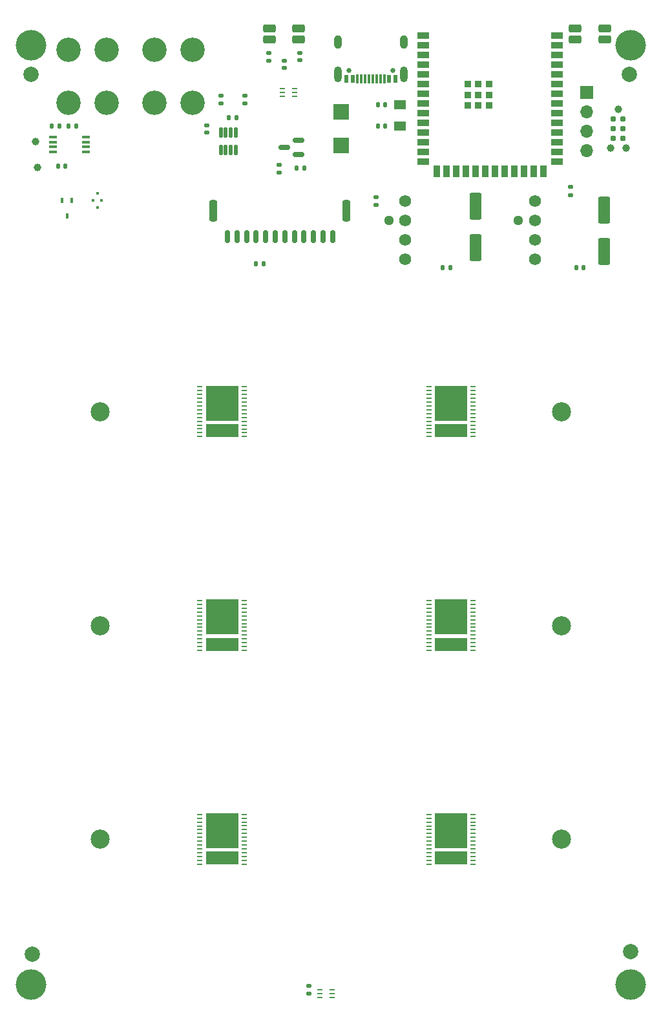
<source format=gbr>
%TF.GenerationSoftware,KiCad,Pcbnew,7.0.6-0*%
%TF.CreationDate,2023-10-22T16:37:53-04:00*%
%TF.ProjectId,bitaxeUltraHex,62697461-7865-4556-9c74-72614865782e,0.9*%
%TF.SameCoordinates,Original*%
%TF.FileFunction,Soldermask,Top*%
%TF.FilePolarity,Negative*%
%FSLAX46Y46*%
G04 Gerber Fmt 4.6, Leading zero omitted, Abs format (unit mm)*
G04 Created by KiCad (PCBNEW 7.0.6-0) date 2023-10-22 16:37:53*
%MOMM*%
%LPD*%
G01*
G04 APERTURE LIST*
G04 Aperture macros list*
%AMRoundRect*
0 Rectangle with rounded corners*
0 $1 Rounding radius*
0 $2 $3 $4 $5 $6 $7 $8 $9 X,Y pos of 4 corners*
0 Add a 4 corners polygon primitive as box body*
4,1,4,$2,$3,$4,$5,$6,$7,$8,$9,$2,$3,0*
0 Add four circle primitives for the rounded corners*
1,1,$1+$1,$2,$3*
1,1,$1+$1,$4,$5*
1,1,$1+$1,$6,$7*
1,1,$1+$1,$8,$9*
0 Add four rect primitives between the rounded corners*
20,1,$1+$1,$2,$3,$4,$5,0*
20,1,$1+$1,$4,$5,$6,$7,0*
20,1,$1+$1,$6,$7,$8,$9,0*
20,1,$1+$1,$8,$9,$2,$3,0*%
G04 Aperture macros list end*
%ADD10C,2.500000*%
%ADD11C,4.000000*%
%ADD12R,0.792000X0.221000*%
%ADD13R,4.277000X1.810000*%
%ADD14R,4.277000X4.530000*%
%ADD15RoundRect,0.120000X-0.120000X0.542500X-0.120000X-0.542500X0.120000X-0.542500X0.120000X0.542500X0*%
%ADD16C,0.990600*%
%ADD17C,0.787400*%
%ADD18RoundRect,0.140000X0.140000X0.170000X-0.140000X0.170000X-0.140000X-0.170000X0.140000X-0.170000X0*%
%ADD19RoundRect,0.135000X0.185000X-0.135000X0.185000X0.135000X-0.185000X0.135000X-0.185000X-0.135000X0*%
%ADD20RoundRect,0.140000X0.170000X-0.140000X0.170000X0.140000X-0.170000X0.140000X-0.170000X-0.140000X0*%
%ADD21C,3.200000*%
%ADD22R,1.600200X1.168400*%
%ADD23R,1.100000X0.400000*%
%ADD24RoundRect,0.140000X-0.140000X-0.170000X0.140000X-0.170000X0.140000X0.170000X-0.140000X0.170000X0*%
%ADD25C,1.295400*%
%ADD26C,1.574800*%
%ADD27C,2.000000*%
%ADD28RoundRect,0.150000X0.587500X0.150000X-0.587500X0.150000X-0.587500X-0.150000X0.587500X-0.150000X0*%
%ADD29C,0.800000*%
%ADD30RoundRect,0.262500X-0.562500X-0.262500X0.562500X-0.262500X0.562500X0.262500X-0.562500X0.262500X0*%
%ADD31RoundRect,0.135000X0.135000X0.185000X-0.135000X0.185000X-0.135000X-0.185000X0.135000X-0.185000X0*%
%ADD32RoundRect,0.250000X0.550000X-1.500000X0.550000X1.500000X-0.550000X1.500000X-0.550000X-1.500000X0*%
%ADD33RoundRect,0.135000X-0.185000X0.135000X-0.185000X-0.135000X0.185000X-0.135000X0.185000X0.135000X0*%
%ADD34R,0.450000X0.700000*%
%ADD35C,1.000000*%
%ADD36R,0.711200X0.228600*%
%ADD37R,1.700000X1.700000*%
%ADD38O,1.700000X1.700000*%
%ADD39R,1.500000X0.900000*%
%ADD40R,0.900000X1.500000*%
%ADD41R,0.900000X0.900000*%
%ADD42RoundRect,0.150000X-0.150000X-0.700000X0.150000X-0.700000X0.150000X0.700000X-0.150000X0.700000X0*%
%ADD43RoundRect,0.250000X-0.250000X-1.150000X0.250000X-1.150000X0.250000X1.150000X-0.250000X1.150000X0*%
%ADD44RoundRect,0.140000X-0.170000X0.140000X-0.170000X-0.140000X0.170000X-0.140000X0.170000X0.140000X0*%
%ADD45C,0.650000*%
%ADD46R,0.600000X1.060000*%
%ADD47R,0.300000X1.150000*%
%ADD48O,1.000000X2.100000*%
%ADD49O,1.000000X1.800000*%
%ADD50R,2.000000X2.000000*%
%ADD51C,0.400000*%
G04 APERTURE END LIST*
D10*
%TO.C,H10*%
X122500000Y-153000000D03*
%TD*%
%TO.C,H9*%
X62000000Y-153000000D03*
%TD*%
%TO.C,H8*%
X122500000Y-125000000D03*
%TD*%
%TO.C,H7*%
X62000000Y-125000000D03*
%TD*%
%TO.C,H6*%
X122500000Y-97000000D03*
%TD*%
%TO.C,H5*%
X62000000Y-97000000D03*
%TD*%
D11*
%TO.C,H4*%
X131500000Y-172000000D03*
%TD*%
%TO.C,H3*%
X53000000Y-172000000D03*
%TD*%
%TO.C,H2*%
X131500000Y-49020000D03*
%TD*%
%TO.C,H1*%
X52970000Y-49020000D03*
%TD*%
D12*
%TO.C,U19*%
X110916000Y-128263000D03*
X110916000Y-127761000D03*
X110916000Y-127259000D03*
X110916000Y-126757000D03*
X110916000Y-126255000D03*
X110916000Y-125753000D03*
X110916000Y-125251000D03*
X110916000Y-124749000D03*
X110916000Y-124247000D03*
X110916000Y-123745000D03*
X110916000Y-123243000D03*
X110916000Y-122741000D03*
X110916000Y-122239000D03*
X110916000Y-121737000D03*
X105084000Y-121750000D03*
X105084000Y-122250000D03*
X105084000Y-122750000D03*
X105084000Y-123250000D03*
X105084000Y-123750000D03*
X105084000Y-124247000D03*
X105084000Y-124750000D03*
X105084000Y-125251000D03*
X105084000Y-125753000D03*
X105084000Y-126255000D03*
X105084000Y-126757000D03*
X105084000Y-127250000D03*
X105084000Y-127761000D03*
X105084000Y-128250000D03*
D13*
X108000000Y-127468000D03*
D14*
X108000000Y-123892000D03*
%TD*%
D15*
%TO.C,U3*%
X79775000Y-60462500D03*
X79125000Y-60462500D03*
X78475000Y-60462500D03*
X77825000Y-60462500D03*
X77825000Y-62737500D03*
X78475000Y-62737500D03*
X79125000Y-62737500D03*
X79775000Y-62737500D03*
%TD*%
D16*
%TO.C,J3*%
X129900000Y-57360000D03*
X130916000Y-62440000D03*
X128884000Y-62440000D03*
D17*
X129265000Y-58630000D03*
X130535000Y-58630000D03*
X129265000Y-59900000D03*
X130535000Y-59900000D03*
X129265000Y-61170000D03*
X130535000Y-61170000D03*
%TD*%
D18*
%TO.C,C37*%
X125380000Y-78100000D03*
X124420000Y-78100000D03*
%TD*%
D12*
%TO.C,U22*%
X80916000Y-128263000D03*
X80916000Y-127761000D03*
X80916000Y-127259000D03*
X80916000Y-126757000D03*
X80916000Y-126255000D03*
X80916000Y-125753000D03*
X80916000Y-125251000D03*
X80916000Y-124749000D03*
X80916000Y-124247000D03*
X80916000Y-123745000D03*
X80916000Y-123243000D03*
X80916000Y-122741000D03*
X80916000Y-122239000D03*
X80916000Y-121737000D03*
X75084000Y-121750000D03*
X75084000Y-122250000D03*
X75084000Y-122750000D03*
X75084000Y-123250000D03*
X75084000Y-123750000D03*
X75084000Y-124247000D03*
X75084000Y-124750000D03*
X75084000Y-125251000D03*
X75084000Y-125753000D03*
X75084000Y-126255000D03*
X75084000Y-126757000D03*
X75084000Y-127250000D03*
X75084000Y-127761000D03*
X75084000Y-128250000D03*
D13*
X78000000Y-127468000D03*
D14*
X78000000Y-123892000D03*
%TD*%
D19*
%TO.C,R13*%
X84100000Y-51010000D03*
X84100000Y-49990000D03*
%TD*%
D20*
%TO.C,C32*%
X86200000Y-51980000D03*
X86200000Y-51020000D03*
%TD*%
D21*
%TO.C,J2*%
X62900000Y-56586000D03*
X62900000Y-49586000D03*
X57900000Y-56586000D03*
X57900000Y-49586000D03*
%TD*%
%TO.C,J1*%
X74128000Y-56586000D03*
X74128000Y-49586000D03*
X69128000Y-56586000D03*
X69128000Y-49586000D03*
%TD*%
D22*
%TO.C,Y1*%
X101300000Y-56777600D03*
X101300000Y-59622400D03*
%TD*%
D23*
%TO.C,U6*%
X60150000Y-62975000D03*
X60150000Y-62325000D03*
X60150000Y-61675000D03*
X60150000Y-61025000D03*
X55850000Y-61025000D03*
X55850000Y-61675000D03*
X55850000Y-62325000D03*
X55850000Y-62975000D03*
%TD*%
D24*
%TO.C,C28*%
X82470000Y-77600000D03*
X83430000Y-77600000D03*
%TD*%
D25*
%TO.C,J6*%
X116839999Y-71920000D03*
D26*
X119000000Y-77000000D03*
X119000000Y-74460000D03*
X119000000Y-71920000D03*
X119000000Y-69380000D03*
%TD*%
D19*
%TO.C,R21*%
X123700000Y-68610000D03*
X123700000Y-67590000D03*
%TD*%
D27*
%TO.C,FID3*%
X52970000Y-52800000D03*
%TD*%
D28*
%TO.C,Q5*%
X88000000Y-63350000D03*
X88000000Y-61450000D03*
X86125000Y-62400000D03*
%TD*%
D18*
%TO.C,C4*%
X79880000Y-58500000D03*
X78920000Y-58500000D03*
%TD*%
D29*
%TO.C,SW2*%
X124175000Y-46700000D03*
D30*
X124275000Y-46775000D03*
X128125000Y-46775000D03*
D29*
X128225000Y-46700000D03*
D30*
X124275000Y-48225000D03*
X128125000Y-48225000D03*
%TD*%
D18*
%TO.C,C29*%
X99380000Y-56800000D03*
X98420000Y-56800000D03*
%TD*%
D12*
%TO.C,U27*%
X80916000Y-156263000D03*
X80916000Y-155761000D03*
X80916000Y-155259000D03*
X80916000Y-154757000D03*
X80916000Y-154255000D03*
X80916000Y-153753000D03*
X80916000Y-153251000D03*
X80916000Y-152749000D03*
X80916000Y-152247000D03*
X80916000Y-151745000D03*
X80916000Y-151243000D03*
X80916000Y-150741000D03*
X80916000Y-150239000D03*
X80916000Y-149737000D03*
X75084000Y-149750000D03*
X75084000Y-150250000D03*
X75084000Y-150750000D03*
X75084000Y-151250000D03*
X75084000Y-151750000D03*
X75084000Y-152247000D03*
X75084000Y-152750000D03*
X75084000Y-153251000D03*
X75084000Y-153753000D03*
X75084000Y-154255000D03*
X75084000Y-154757000D03*
X75084000Y-155250000D03*
X75084000Y-155761000D03*
X75084000Y-156250000D03*
D13*
X78000000Y-155468000D03*
D14*
X78000000Y-151892000D03*
%TD*%
D31*
%TO.C,R16*%
X88810000Y-65100000D03*
X87790000Y-65100000D03*
%TD*%
D25*
%TO.C,J5*%
X99839999Y-71920000D03*
D26*
X102000000Y-77000000D03*
X102000000Y-74460000D03*
X102000000Y-71920000D03*
X102000000Y-69380000D03*
%TD*%
D32*
%TO.C,C34*%
X111200000Y-75500000D03*
X111200000Y-70100000D03*
%TD*%
D29*
%TO.C,SW1*%
X84075000Y-46700000D03*
D30*
X84175000Y-46775000D03*
X88025000Y-46775000D03*
D29*
X88125000Y-46700000D03*
D30*
X84175000Y-48225000D03*
X88025000Y-48225000D03*
%TD*%
D20*
%TO.C,C33*%
X89400000Y-173180000D03*
X89400000Y-172220000D03*
%TD*%
D12*
%TO.C,U24*%
X110916000Y-156263000D03*
X110916000Y-155761000D03*
X110916000Y-155259000D03*
X110916000Y-154757000D03*
X110916000Y-154255000D03*
X110916000Y-153753000D03*
X110916000Y-153251000D03*
X110916000Y-152749000D03*
X110916000Y-152247000D03*
X110916000Y-151745000D03*
X110916000Y-151243000D03*
X110916000Y-150741000D03*
X110916000Y-150239000D03*
X110916000Y-149737000D03*
X105084000Y-149750000D03*
X105084000Y-150250000D03*
X105084000Y-150750000D03*
X105084000Y-151250000D03*
X105084000Y-151750000D03*
X105084000Y-152247000D03*
X105084000Y-152750000D03*
X105084000Y-153251000D03*
X105084000Y-153753000D03*
X105084000Y-154255000D03*
X105084000Y-154757000D03*
X105084000Y-155250000D03*
X105084000Y-155761000D03*
X105084000Y-156250000D03*
D13*
X108000000Y-155468000D03*
D14*
X108000000Y-151892000D03*
%TD*%
D24*
%TO.C,C18*%
X56520000Y-64800000D03*
X57480000Y-64800000D03*
%TD*%
D33*
%TO.C,R3*%
X77900000Y-55590000D03*
X77900000Y-56610000D03*
%TD*%
D34*
%TO.C,Q6*%
X58320000Y-69320000D03*
X57020000Y-69320000D03*
X57670000Y-71320000D03*
%TD*%
D27*
%TO.C,FID1*%
X131410000Y-52800000D03*
%TD*%
D35*
%TO.C,TP6*%
X53600000Y-61600000D03*
%TD*%
%TO.C,TP7*%
X53800000Y-65000000D03*
%TD*%
D18*
%TO.C,C30*%
X99380000Y-59600000D03*
X98420000Y-59600000D03*
%TD*%
D19*
%TO.C,R15*%
X85500000Y-65710000D03*
X85500000Y-64690000D03*
%TD*%
D31*
%TO.C,R11*%
X56710000Y-59600000D03*
X55690000Y-59600000D03*
%TD*%
D27*
%TO.C,FID7*%
X53100000Y-168060000D03*
%TD*%
D20*
%TO.C,C11*%
X76000000Y-60480000D03*
X76000000Y-59520000D03*
%TD*%
D36*
%TO.C,U10*%
X87500100Y-55699999D03*
X87500100Y-55200000D03*
X87500100Y-54700001D03*
X85899900Y-54700001D03*
X85899900Y-55200000D03*
X85899900Y-55699999D03*
%TD*%
D18*
%TO.C,C36*%
X107880000Y-78100000D03*
X106920000Y-78100000D03*
%TD*%
D12*
%TO.C,U16*%
X80916000Y-100263000D03*
X80916000Y-99761000D03*
X80916000Y-99259000D03*
X80916000Y-98757000D03*
X80916000Y-98255000D03*
X80916000Y-97753000D03*
X80916000Y-97251000D03*
X80916000Y-96749000D03*
X80916000Y-96247000D03*
X80916000Y-95745000D03*
X80916000Y-95243000D03*
X80916000Y-94741000D03*
X80916000Y-94239000D03*
X80916000Y-93737000D03*
X75084000Y-93750000D03*
X75084000Y-94250000D03*
X75084000Y-94750000D03*
X75084000Y-95250000D03*
X75084000Y-95750000D03*
X75084000Y-96247000D03*
X75084000Y-96750000D03*
X75084000Y-97251000D03*
X75084000Y-97753000D03*
X75084000Y-98255000D03*
X75084000Y-98757000D03*
X75084000Y-99250000D03*
X75084000Y-99761000D03*
X75084000Y-100250000D03*
D13*
X78000000Y-99468000D03*
D14*
X78000000Y-95892000D03*
%TD*%
D37*
%TO.C,J7*%
X125800000Y-55200000D03*
D38*
X125800000Y-57740000D03*
X125800000Y-60280000D03*
X125800000Y-62820000D03*
%TD*%
D39*
%TO.C,U9*%
X104350000Y-47780000D03*
X104350000Y-49050000D03*
X104350000Y-50320000D03*
X104350000Y-51590000D03*
X104350000Y-52860000D03*
X104350000Y-54130000D03*
X104350000Y-55400000D03*
X104350000Y-56670000D03*
X104350000Y-57940000D03*
X104350000Y-59210000D03*
X104350000Y-60480000D03*
X104350000Y-61750000D03*
X104350000Y-63020000D03*
X104350000Y-64290000D03*
D40*
X106115000Y-65540000D03*
X107385000Y-65540000D03*
X108655000Y-65540000D03*
X109925000Y-65540000D03*
X111195000Y-65540000D03*
X112465000Y-65540000D03*
X113735000Y-65540000D03*
X115005000Y-65540000D03*
X116275000Y-65540000D03*
X117545000Y-65540000D03*
X118815000Y-65540000D03*
X120085000Y-65540000D03*
D39*
X121850000Y-64290000D03*
X121850000Y-63020000D03*
X121850000Y-61750000D03*
X121850000Y-60480000D03*
X121850000Y-59210000D03*
X121850000Y-57940000D03*
X121850000Y-56670000D03*
X121850000Y-55400000D03*
X121850000Y-54130000D03*
X121850000Y-52860000D03*
X121850000Y-51590000D03*
X121850000Y-50320000D03*
X121850000Y-49050000D03*
X121850000Y-47780000D03*
D41*
X110200000Y-54100000D03*
X110200000Y-55500000D03*
X110200000Y-56900000D03*
X111600000Y-54100000D03*
X111600000Y-55500000D03*
X111600000Y-56900000D03*
X113000000Y-54100000D03*
X113000000Y-55500000D03*
X113000000Y-56900000D03*
%TD*%
D42*
%TO.C,J8*%
X78725000Y-74050000D03*
X79975000Y-74050000D03*
X81225000Y-74050000D03*
X82475000Y-74050000D03*
X83725000Y-74050000D03*
X84975000Y-74050000D03*
X86225000Y-74050000D03*
X87475000Y-74050000D03*
X88725000Y-74050000D03*
X89975000Y-74050000D03*
X91225000Y-74050000D03*
X92475000Y-74050000D03*
D43*
X76875000Y-70700000D03*
X94325000Y-70700000D03*
%TD*%
D27*
%TO.C,FID5*%
X131570000Y-167670000D03*
%TD*%
D36*
%TO.C,U11*%
X92400100Y-173699999D03*
X92400100Y-173200000D03*
X92400100Y-172700001D03*
X90799900Y-172700001D03*
X90799900Y-173200000D03*
X90799900Y-173699999D03*
%TD*%
D44*
%TO.C,C24*%
X88200000Y-50020000D03*
X88200000Y-50980000D03*
%TD*%
D45*
%TO.C,J4*%
X100400000Y-52300000D03*
X94620000Y-52300000D03*
D46*
X100710000Y-53420000D03*
X99910000Y-53420000D03*
D47*
X98760000Y-53375000D03*
X97760000Y-53375000D03*
X97260000Y-53375000D03*
X96260000Y-53375000D03*
D46*
X95110000Y-53420000D03*
X94310000Y-53420000D03*
X94310000Y-53420000D03*
X95110000Y-53420000D03*
D47*
X95760000Y-53375000D03*
X96760000Y-53375000D03*
X98260000Y-53375000D03*
X99260000Y-53375000D03*
D46*
X99910000Y-53420000D03*
X100710000Y-53420000D03*
D48*
X101830000Y-52800000D03*
D49*
X101830000Y-48620000D03*
D48*
X93190000Y-52800000D03*
D49*
X93190000Y-48620000D03*
%TD*%
D31*
%TO.C,R12*%
X58910000Y-59600000D03*
X57890000Y-59600000D03*
%TD*%
D32*
%TO.C,C35*%
X128100000Y-76000000D03*
X128100000Y-70600000D03*
%TD*%
D33*
%TO.C,R2*%
X81000000Y-55590000D03*
X81000000Y-56610000D03*
%TD*%
D50*
%TO.C,D1*%
X93600000Y-62100000D03*
X93600000Y-57700000D03*
%TD*%
D19*
%TO.C,R20*%
X98200000Y-69910000D03*
X98200000Y-68890000D03*
%TD*%
D12*
%TO.C,U13*%
X110916000Y-100263000D03*
X110916000Y-99761000D03*
X110916000Y-99259000D03*
X110916000Y-98757000D03*
X110916000Y-98255000D03*
X110916000Y-97753000D03*
X110916000Y-97251000D03*
X110916000Y-96749000D03*
X110916000Y-96247000D03*
X110916000Y-95745000D03*
X110916000Y-95243000D03*
X110916000Y-94741000D03*
X110916000Y-94239000D03*
X110916000Y-93737000D03*
X105084000Y-93750000D03*
X105084000Y-94250000D03*
X105084000Y-94750000D03*
X105084000Y-95250000D03*
X105084000Y-95750000D03*
X105084000Y-96247000D03*
X105084000Y-96750000D03*
X105084000Y-97251000D03*
X105084000Y-97753000D03*
X105084000Y-98255000D03*
X105084000Y-98757000D03*
X105084000Y-99250000D03*
X105084000Y-99761000D03*
X105084000Y-100250000D03*
D13*
X108000000Y-99468000D03*
D14*
X108000000Y-95892000D03*
%TD*%
D51*
%TO.C,U4*%
X61080000Y-69342000D03*
X61655000Y-68392000D03*
X61655000Y-70292000D03*
X62230000Y-69342000D03*
%TD*%
M02*

</source>
